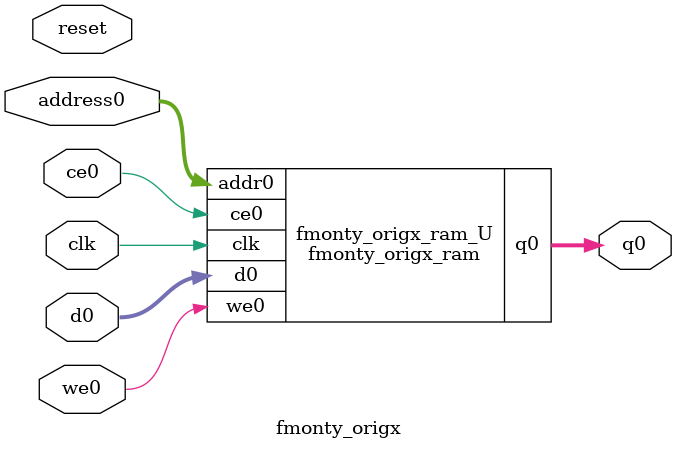
<source format=v>

`timescale 1 ns / 1 ps
module fmonty_origx_ram (addr0, ce0, d0, we0, q0,  clk);

parameter DWIDTH = 64;
parameter AWIDTH = 4;
parameter MEM_SIZE = 10;

input[AWIDTH-1:0] addr0;
input ce0;
input[DWIDTH-1:0] d0;
input we0;
output reg[DWIDTH-1:0] q0;
input clk;

(* ram_style = "distributed" *)reg [DWIDTH-1:0] ram[0:MEM_SIZE-1];




always @(posedge clk)  
begin 
    if (ce0) 
    begin
        if (we0) 
        begin 
            ram[addr0] <= d0; 
            q0 <= d0;
        end 
        else 
            q0 <= ram[addr0];
    end
end


endmodule


`timescale 1 ns / 1 ps
module fmonty_origx(
    reset,
    clk,
    address0,
    ce0,
    we0,
    d0,
    q0);

parameter DataWidth = 32'd64;
parameter AddressRange = 32'd10;
parameter AddressWidth = 32'd4;
input reset;
input clk;
input[AddressWidth - 1:0] address0;
input ce0;
input we0;
input[DataWidth - 1:0] d0;
output[DataWidth - 1:0] q0;



fmonty_origx_ram fmonty_origx_ram_U(
    .clk( clk ),
    .addr0( address0 ),
    .ce0( ce0 ),
    .d0( d0 ),
    .we0( we0 ),
    .q0( q0 ));

endmodule


</source>
